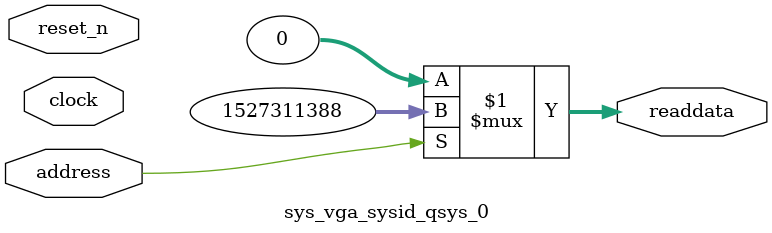
<source format=v>

`timescale 1ns / 1ps
// synthesis translate_on

// turn off superfluous verilog processor warnings 
// altera message_level Level1 
// altera message_off 10034 10035 10036 10037 10230 10240 10030 

module sys_vga_sysid_qsys_0 (
               // inputs:
                address,
                clock,
                reset_n,

               // outputs:
                readdata
             )
;

  output  [ 31: 0] readdata;
  input            address;
  input            clock;
  input            reset_n;

  wire    [ 31: 0] readdata;
  //control_slave, which is an e_avalon_slave
  assign readdata = address ? 1527311388 : 0;

endmodule




</source>
